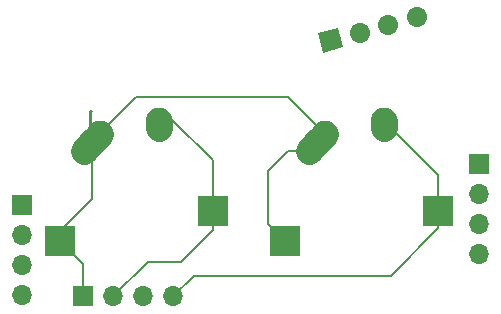
<source format=gbr>
G04 #@! TF.GenerationSoftware,KiCad,Pcbnew,(5.1.4)-1*
G04 #@! TF.CreationDate,2023-02-10T21:12:28-05:00*
G04 #@! TF.ProjectId,ThumbsUp,5468756d-6273-4557-902e-6b696361645f,rev?*
G04 #@! TF.SameCoordinates,Original*
G04 #@! TF.FileFunction,Copper,L2,Bot*
G04 #@! TF.FilePolarity,Positive*
%FSLAX46Y46*%
G04 Gerber Fmt 4.6, Leading zero omitted, Abs format (unit mm)*
G04 Created by KiCad (PCBNEW (5.1.4)-1) date 2023-02-10 21:12:28*
%MOMM*%
%LPD*%
G04 APERTURE LIST*
%ADD10R,2.550000X2.500000*%
%ADD11C,2.250000*%
%ADD12C,2.250000*%
%ADD13C,1.700000*%
%ADD14C,1.700000*%
%ADD15C,0.100000*%
%ADD16O,1.700000X1.700000*%
%ADD17R,1.700000X1.700000*%
%ADD18C,0.200000*%
%ADD19C,0.250000*%
G04 APERTURE END LIST*
D10*
X107121046Y-339630061D03*
X94194046Y-342170061D03*
D11*
X97536046Y-333090061D03*
X96881047Y-333820061D03*
D12*
X96226046Y-334550061D02*
X97536048Y-333090061D01*
D11*
X102576046Y-332010061D03*
X102556046Y-332300061D03*
D12*
X102536046Y-332590061D02*
X102576046Y-332010061D01*
D10*
X126185000Y-339630061D03*
X113258000Y-342170061D03*
D11*
X116600000Y-333090061D03*
X115945001Y-333820061D03*
D12*
X115290000Y-334550061D02*
X116600002Y-333090061D01*
D11*
X121640000Y-332010061D03*
X121620000Y-332300061D03*
D12*
X121600000Y-332590061D02*
X121640000Y-332010061D01*
D13*
X124447136Y-323218390D03*
D14*
X124447136Y-323218390D02*
X124447136Y-323218390D01*
D13*
X121993684Y-323875790D03*
D14*
X121993684Y-323875790D02*
X121993684Y-323875790D01*
D13*
X119540233Y-324533191D03*
D14*
X119540233Y-324533191D02*
X119540233Y-324533191D01*
D13*
X117086781Y-325190591D03*
D15*
G36*
X116045748Y-324589550D02*
G01*
X117687822Y-324149558D01*
X118127814Y-325791632D01*
X116485740Y-326231624D01*
X116045748Y-324589550D01*
X116045748Y-324589550D01*
G37*
D16*
X90963380Y-346777892D03*
X90963380Y-344237892D03*
X90963380Y-341697892D03*
D17*
X90963380Y-339157892D03*
D16*
X129681859Y-343278713D03*
X129681859Y-340738713D03*
X129681859Y-338198713D03*
D17*
X129681859Y-335658713D03*
D16*
X103790670Y-346874574D03*
X101250670Y-346874574D03*
X98710670Y-346874574D03*
D17*
X96170670Y-346874574D03*
D18*
X122220000Y-332590061D02*
X121600000Y-332590061D01*
X126185000Y-336555061D02*
X122220000Y-332590061D01*
X126185000Y-339630061D02*
X126185000Y-336555061D01*
X126185000Y-341080061D02*
X126185000Y-339630061D01*
X122165061Y-345100000D02*
X126185000Y-341080061D01*
X103790670Y-346874574D02*
X105565244Y-345100000D01*
X105565244Y-345100000D02*
X122165061Y-345100000D01*
X107121046Y-341278954D02*
X107121046Y-339630061D01*
X104450000Y-343950000D02*
X107121046Y-341278954D01*
X98710670Y-346874574D02*
X101635244Y-343950000D01*
X101635244Y-343950000D02*
X104450000Y-343950000D01*
X103785061Y-332010061D02*
X102576046Y-332010061D01*
X107121046Y-339630061D02*
X107121046Y-335346046D01*
X107121046Y-335346046D02*
X103785061Y-332010061D01*
D19*
X96806000Y-331185015D02*
X96761046Y-331140061D01*
X96761046Y-331140061D02*
X96761046Y-332690061D01*
X96761046Y-332690061D02*
X97974985Y-333904000D01*
D18*
X94219046Y-342170061D02*
X94194046Y-342170061D01*
X96170670Y-344121685D02*
X94219046Y-342170061D01*
X96170670Y-346874574D02*
X96170670Y-344121685D01*
X113233000Y-342170061D02*
X113258000Y-342170061D01*
X111783000Y-340720061D02*
X113233000Y-342170061D01*
X111783000Y-336217000D02*
X111783000Y-340720061D01*
X115290000Y-334550061D02*
X113449939Y-334550061D01*
X113449939Y-334550061D02*
X111783000Y-336217000D01*
X96875000Y-335199015D02*
X96226046Y-334550061D01*
X96875000Y-338625000D02*
X96875000Y-335199015D01*
X94194046Y-342170061D02*
X94194046Y-341305954D01*
X94194046Y-341305954D02*
X96875000Y-338625000D01*
X115475001Y-331965062D02*
X116600000Y-333090061D01*
X113509939Y-330000000D02*
X115475001Y-331965062D01*
X100626107Y-330000000D02*
X113509939Y-330000000D01*
X96226046Y-334550061D02*
X96226046Y-334400061D01*
X96226046Y-334400061D02*
X100626107Y-330000000D01*
M02*

</source>
